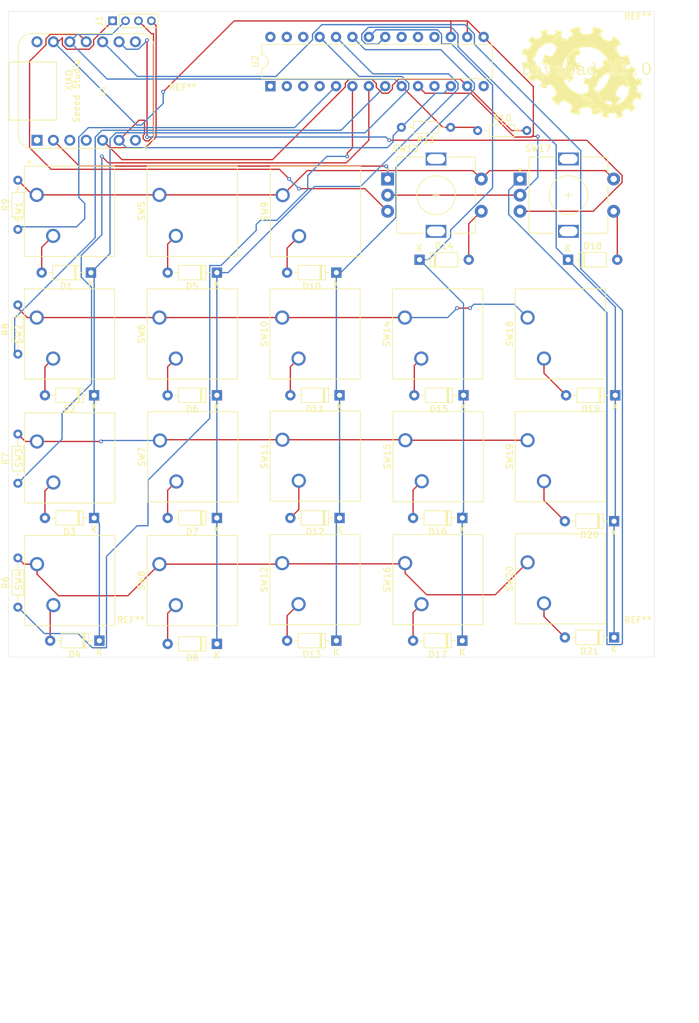
<source format=kicad_pcb>
(kicad_pcb (version 20240108) (generator "pcbnew") (generator_version "8.0")
  (layers (0 "F.Cu" signal) (31 "B.Cu" signal) (34 "B.Paste" user) (35 "F.Paste" user) (36 "B.SilkS" user "B.Silkscreen") (37 "F.SilkS" user "F.Silkscreen") (38 "B.Mask" user) (39 "F.Mask" user) (44 "Edge.Cuts" user))
  (net 0 "")
  (net 1 "Net-(D1-K)")
  (net 2 "Net-(D1-A)")
  (net 3 "Net-(D2-A)")
  (net 4 "Net-(D3-A)")
  (net 5 "Net-(D4-A)")
  (net 6 "Net-(D5-A)")
  (net 7 "Net-(D5-K)")
  (net 8 "Net-(D6-A)")
  (net 9 "Net-(D7-A)")
  (net 10 "Net-(D8-A)")
  (net 11 "Net-(D10-K)")
  (net 12 "Net-(D10-A)")
  (net 13 "Net-(D11-A)")
  (net 14 "Net-(D12-A)")
  (net 15 "Net-(D13-A)")
  (net 16 "Net-(D14-A)")
  (net 17 "Net-(D14-K)")
  (net 18 "Net-(D15-A)")
  (net 19 "Net-(D16-A)")
  (net 20 "Net-(D17-A)")
  (net 21 "Net-(D18-A)")
  (net 22 "Net-(D19-A)")
  (net 23 "Net-(D20-A)")
  (net 24 "Net-(D21-A)")
  (net 25 "Row1")
  (net 26 "Row2")
  (net 27 "Row3")
  (net 28 "Row4")
  (net 29 "GND")
  (net 32 "ROT0A")
  (net 33 "VCC")
  (net 41 "Net-(J1-Pin_2)")
  (net 43 "Net-(D18-K)")
  (net 46 "ROT0B")
  (net 47 "ROT1B")
  (net 48 "ROT1A")
  (net 51 "SDA")
  (net 52 "SCL")
  (net 55 "Net-(R6-Pad2)")
  (net 56 "Net-(R7-Pad2)")
  (net 57 "Net-(R8-Pad2)")
  (net 58 "Net-(R9-Pad2)")
  (footprint "MountingHole:MountingHole_2.2mm_M2" (layer "F.Cu") (at 38 116.5)
    (property "Reference" "REF**")
    (property "Value" "MountingHole_2.2mm_M2")
  )
  (footprint "MountingHole:MountingHole_2.2mm_M2" (layer "F.Cu") (at 116.5 116.5)
    (property "Reference" "REF**")
    (property "Value" "MountingHole_2.2mm_M2")
  )
  (footprint "Diode_THT:D_DO-35_SOD27_P7.62mm_Horizontal" (layer "F.Cu") (at 32.31 97.5 180)
    (property "Reference" "D3")
    (property "Value" "1N4148")
  )
  (footprint "Button_Switch_Keyboard:SW_Cherry_MX_1.00u_PCB" (layer "F.Cu") (at 23.46 85.65 90)
    (property "Reference" "SW3")
    (property "Value" "SW_Push")
  )
  (footprint "Button_Switch_Keyboard:SW_Cherry_MX_1.00u_PCB" (layer "F.Cu") (at 80.46 104.5 90)
    (property "Reference" "SW16")
    (property "Value" "SW_Push")
  )
  (footprint "Button_Switch_Keyboard:SW_Cherry_MX_1.00u_PCB" (layer "F.Cu") (at 61.42 104.5 90)
    (property "Reference" "SW12")
    (property "Value" "SW_Push")
  )
  (footprint "Button_Switch_Keyboard:SW_Cherry_MX_1.00u_PCB" (layer "F.Cu") (at 61.46 85.38 90)
    (property "Reference" "SW11")
    (property "Value" "SW_Push")
  )
  (footprint "Button_Switch_Keyboard:SW_Cherry_MX_1.00u_PCB" (layer "F.Cu") (at 80.42 66.46 90)
    (property "Reference" "SW14")
    (property "Value" "SW_Push")
  )
  (footprint "Seeed Studio XIAO Series Library:XIAO-Generic-Thruhole-14P-2.54-21X17.8MM" (layer "F.Cu") (at 31.08 31.375 90)
    (property "Reference" "U1")
    (property "Value" "Seeed Studio XIAO SAMD21" (hide yes))
  )
  (footprint "Button_Switch_Keyboard:SW_Cherry_MX_1.00u_PCB" (layer "F.Cu") (at 42.5 85.5 90)
    (property "Reference" "SW7")
    (property "Value" "SW_Push")
  )
  (footprint "Button_Switch_Keyboard:SW_Cherry_MX_1.00u_PCB" (layer "F.Cu") (at 99.42 66.46 90)
    (property "Reference" "SW18")
    (property "Value" "SW_Push")
  )
  (footprint "Connector_PinHeader_2.00mm:PinHeader_1x04_P2.00mm_Vertical" (layer "F.Cu") (at 35.171138 20.5 90)
    (property "Reference" "J1")
    (property "Value" "To OLED")
  )
  (footprint "Rotary_Encoder:RotaryEncoder_Alps_EC11E-Switch_Vertical_H20mm" (layer "F.Cu") (at 77.75 45)
    (property "Reference" "SW13")
    (property "Value" "RotaryEncoder_Switch")
  )
  (footprint "Resistor_THT:R_Axial_DIN0204_L3.6mm_D1.6mm_P7.62mm_Horizontal" (layer "F.Cu") (at 20.5 92.12 90)
    (property "Reference" "R7")
    (property "Value" "R")
  )
  (footprint "Rotary_Encoder:RotaryEncoder_Alps_EC11E-Switch_Vertical_H20mm" (layer "F.Cu") (at 98.25 45)
    (property "Reference" "SW17")
    (property "Value" "RotaryEncoder_Switch")
  )
  (footprint "Diode_THT:D_DO-35_SOD27_P7.62mm_Horizontal" (layer "F.Cu") (at 33.12 116.5 180)
    (property "Reference" "D4")
    (property "Value" "1N4148")
  )
  (footprint "Diode_THT:D_DO-35_SOD27_P7.62mm_Horizontal" (layer "F.Cu") (at 105.69 57.5)
    (property "Reference" "D18")
    (property "Value" "1N4148")
  )
  (footprint "Button_Switch_Keyboard:SW_Cherry_MX_1.00u_PCB" (layer "F.Cu") (at 61.5 47.5 90)
    (property "Reference" "SW9")
    (property "Value" "SW_Push")
  )
  (footprint "Library:logo_small" (layer "F.Cu") (at 108.5 28.5)
    (property "Reference" "G***" (hide yes))
    (property "Value" "LOGO" (hide yes))
  )
  (footprint "Diode_THT:D_DO-35_SOD27_P7.62mm_Horizontal" (layer "F.Cu") (at 32.31 78.5 180)
    (property "Reference" "D2")
    (property "Value" "1N4148")
  )
  (footprint "Button_Switch_Keyboard:SW_Cherry_MX_1.00u_PCB" (layer "F.Cu") (at 80.5 85.46 90)
    (property "Reference" "SW15")
    (property "Value" "SW_Push")
  )
  (footprint "Diode_THT:D_DO-35_SOD27_P7.62mm_Horizontal" (layer "F.Cu") (at 70.31 97.5 180)
    (property "Reference" "D12")
    (property "Value" "1N4148")
  )
  (footprint "Button_Switch_Keyboard:SW_Cherry_MX_1.00u_PCB" (layer "F.Cu") (at 23.42 66.46 90)
    (property "Reference" "SW2")
    (property "Value" "SW_Push")
  )
  (footprint "Diode_THT:D_DO-35_SOD27_P7.62mm_Horizontal" (layer "F.Cu") (at 69.81 59.5 180)
    (property "Reference" "D10")
    (property "Value" "1N4148")
  )
  (footprint "Button_Switch_Keyboard:SW_Cherry_MX_1.00u_PCB" (layer "F.Cu") (at 23.46 104.65 90)
    (property "Reference" "SW4")
    (property "Value" "SW_Push")
  )
  (footprint "Button_Switch_Keyboard:SW_Cherry_MX_1.00u_PCB" (layer "F.Cu") (at 99.42 85.46 90)
    (property "Reference" "SW19")
    (property "Value" "SW_Push")
  )
  (footprint "Button_Switch_Keyboard:SW_Cherry_MX_1.00u_PCB" (layer "F.Cu") (at 61.42 66.46 90)
    (property "Reference" "SW10")
    (property "Value" "SW_Push")
  )
  (footprint "Diode_THT:D_DO-35_SOD27_P7.62mm_Horizontal" (layer "F.Cu") (at 51.31 97.5 180)
    (property "Reference" "D7")
    (property "Value" "1N4148")
  )
  (footprint "Resistor_THT:R_Axial_DIN0204_L3.6mm_D1.6mm_P7.62mm_Horizontal" (layer "F.Cu") (at 87.5 37 180)
    (property "Reference" "R11")
    (property "Value" "R")
  )
  (footprint "MountingHole:MountingHole_2.2mm_M2" (layer "F.Cu") (at 46 34)
    (property "Reference" "REF**")
    (property "Value" "MountingHole_2.2mm_M2")
  )
  (footprint "Diode_THT:D_DO-35_SOD27_P7.62mm_Horizontal" (layer "F.Cu") (at 70.31 78.5 180)
    (property "Reference" "D11")
    (property "Value" "1N4148")
  )
  (footprint "Button_Switch_Keyboard:SW_Cherry_MX_1.00u_PCB" (layer "F.Cu") (at 42.42 66.46 90)
    (property "Reference" "SW6")
    (property "Value" "SW_Push")
  )
  (footprint "Resistor_THT:R_Axial_DIN0204_L3.6mm_D1.6mm_P7.62mm_Horizontal" (layer "F.Cu") (at 20.5 111.31 90)
    (property "Reference" "R6")
    (property "Value" "R")
  )
  (footprint "Button_Switch_Keyboard:SW_Cherry_MX_1.00u_PCB" (layer "F.Cu") (at 42.42 47.46 90)
    (property "Reference" "SW5")
    (property "Value" "SW_Push")
  )
  (footprint "Button_Switch_Keyboard:SW_Cherry_MX_1.00u_PCB" (layer "F.Cu") (at 23.42 47.46 90)
    (property "Reference" "SW1")
    (property "Value" "SW_Push")
  )
  (footprint "Button_Switch_Keyboard:SW_Cherry_MX_1.00u_PCB" (layer "F.Cu") (at 99.42 104.38 90)
    (property "Reference" "SW20")
    (property "Value" "SW_Push")
  )
  (footprint "Diode_THT:D_DO-35_SOD27_P7.62mm_Horizontal" (layer "F.Cu") (at 112.81 98 180)
    (property "Reference" "D20")
    (property "Value" "1N4148")
  )
  (footprint "Diode_THT:D_DO-35_SOD27_P7.62mm_Horizontal" (layer "F.Cu") (at 31.81 59.5 180)
    (property "Reference" "D1")
    (property "Value" "1N4148")
  )
  (footprint "Diode_THT:D_DO-35_SOD27_P7.62mm_Horizontal" (layer "F.Cu") (at 51.31 78.5 180)
    (property "Reference" "D6")
    (property "Value" "1N4148")
  )
  (footprint "Diode_THT:D_DO-35_SOD27_P7.62mm_Horizontal" (layer "F.Cu") (at 89.31 116.5 180)
    (property "Reference" "D17")
    (property "Value" "1N4148")
  )
  (footprint "MountingHole:MountingHole_2.2mm_M2" (layer "F.Cu") (at 116.5 23)
    (property "Reference" "REF**")
    (property "Value" "MountingHole_2.2mm_M2")
  )
  (footprint "Diode_THT:D_DO-35_SOD27_P7.62mm_Horizontal" (layer "F.Cu") (at 82.69 57.5)
    (property "Reference" "D14")
    (property "Value" "1N4148")
  )
  (footprint "Diode_THT:D_DO-35_SOD27_P7.62mm_Horizontal" (layer "F.Cu") (at 51.31 59.5 180)
    (property "Reference" "D5")
    (property "Value" "1N4148")
  )
  (footprint "Diode_THT:D_DO-35_SOD27_P7.62mm_Horizontal" (layer "F.Cu") (at 112.81 116 180)
    (property "Reference" "D21")
    (property "Value" "1N4148")
  )
  (footprint "Diode_THT:D_DO-35_SOD27_P7.62mm_Horizontal" (layer "F.Cu") (at 69.81 116.5 180)
    (property "Reference" "D13")
    (property "Value" "1N4148")
  )
  (footprint "Diode_THT:D_DO-35_SOD27_P7.62mm_Horizontal" (layer "F.Cu") (at 89.5 78.5 180)
    (property "Reference" "D15")
    (property "Value" "1N4148")
  )
  (footprint "Resistor_THT:R_Axial_DIN0204_L3.6mm_D1.6mm_P7.62mm_Horizontal" (layer "F.Cu") (at 91.69 37.5)
    (property "Reference" "R10")
    (property "Value" "R")
  )
  (footprint "Resistor_THT:R_Axial_DIN0204_L3.6mm_D1.6mm_P7.62mm_Horizontal" (layer "F.Cu") (at 20.5 72.12 90)
    (property "Reference" "R8")
    (property "Value" "R")
  )
  (footprint "Diode_THT:D_DO-35_SOD27_P7.62mm_Horizontal" (layer "F.Cu") (at 51.31 117 180)
    (property "Reference" "D8")
    (property "Value" "1N4148")
  )
  (footprint "Diode_THT:D_DO-35_SOD27_P7.62mm_Horizontal" (layer "F.Cu") (at 89.31 97.5 180)
    (property "Reference" "D16")
    (property "Value" "1N4148")
  )
  (footprint "Resistor_THT:R_Axial_DIN0204_L3.6mm_D1.6mm_P7.62mm_Horizontal" (layer "F.Cu") (at 20.5 52.81 90)
    (property "Reference" "R9")
    (property "Value" "R")
  )
  (footprint "Diode_THT:D_DO-35_SOD27_P7.62mm_Horizontal" (layer "F.Cu") (at 113 78.5 180)
    (property "Reference" "D19")
    (property "Value" "1N4148")
  )
  (footprint "Button_Switch_Keyboard:SW_Cherry_MX_1.00u_PCB" (layer "F.Cu") (at 42.42 104.65 90)
    (property "Reference" "SW8")
    (property "Value" "SW_Push")
  )
  (footprint "Package_DIP:DIP-28_W7.62mm" (layer "F.Cu") (at 59.6 30.62 90)
    (property "Reference" "U2")
    (property "Value" "MCP23017_SP")
  )
  (gr_rect (start 19.05 19.05) (end 119.05 119.05) (stroke (width 0.05)) (fill none) (layer "Edge.Cuts"))
  (segment (start 81.02 31.075635) (end 74.245635 37.85) (width 0.2) (layer "B.Cu") (net 1))
  (segment (start 34.77 56.54) (end 31.81 59.5) (width 0.2) (layer "B.Cu") (net 1))
  (segment (start 74.245635 37.85) (end 35.683654 37.85) (width 0.2) (layer "B.Cu") (net 1))
  (segment (start 32.31 97.5) (end 32.31 78.5) (width 0.2) (layer "B.Cu") (net 1))
  (segment (start 81.02 30.164365) (end 81.02 31.075635) (width 0.2) (layer "B.Cu") (net 1))
  (segment (start 33.12 116.5) (end 33.12 98.31) (width 0.2) (layer "B.Cu") (net 1))
  (segment (start 73.34 29.12) (end 79.975635 29.12) (width 0.2) (layer "B.Cu") (net 1))
  (segment (start 35.683654 37.85) (end 34.77 38.763654) (width 0.2) (layer "B.Cu") (net 1))
  (segment (start 34.77 38.763654) (end 34.77 56.54) (width 0.2) (layer "B.Cu") (net 1))
  (segment (start 33.12 98.31) (end 32.31 97.5) (width 0.2) (layer "B.Cu") (net 1))
  (segment (start 79.975635 29.12) (end 81.02 30.164365) (width 0.2) (layer "B.Cu") (net 1))
  (segment (start 67.22 23) (end 73.34 29.12) (width 0.2) (layer "B.Cu") (net 1))
  (segment (start 32.31 78.5) (end 32.31 60) (width 0.2) (layer "B.Cu") (net 1))
  (segment (start 24.19 59.5) (end 24.19 55.58) (width 0.2) (layer "F.Cu") (net 2))
  (segment (start 24.19 55.58) (end 25.96 53.81) (width 0.2) (layer "F.Cu") (net 2))
  (segment (start 24.69 78.5) (end 24.69 74.08) (width 0.2) (layer "F.Cu") (net 3))
  (segment (start 24.69 74.08) (end 25.96 72.81) (width 0.2) (layer "F.Cu") (net 3))
  (segment (start 24.69 93.31) (end 26 92) (width 0.2) (layer "F.Cu") (net 4))
  (segment (start 24.69 97.5) (end 24.69 93.31) (width 0.2) (layer "F.Cu") (net 4))
  (segment (start 25.5 116.5) (end 25.5 111.5) (width 0.2) (layer "F.Cu") (net 5))
  (segment (start 43.69 55.08) (end 44.96 53.81) (width 0.2) (layer "F.Cu") (net 6))
  (segment (start 43.69 59.5) (end 43.69 55.08) (width 0.2) (layer "F.Cu") (net 6))
  (segment (start 75.48 28.72) (end 87.195635 28.72) (width 0.2) (layer "B.Cu") (net 7))
  (segment (start 73.555635 46.16) (end 66.395635 46.16) (width 0.2) (layer "B.Cu") (net 7))
  (segment (start 51.31 59.5) (end 51.31 78.5) (width 0.2) (layer "B.Cu") (net 7))
  (segment (start 51.31 117) (end 51.31 97.5) (width 0.2) (layer "B.Cu") (net 7))
  (segment (start 66.395635 46.16) (end 53.055635 59.5) (width 0.2) (layer "B.Cu") (net 7))
  (segment (start 51.31 97.5) (end 51.31 78.5) (width 0.2) (layer "B.Cu") (net 7))
  (segment (start 53.055635 59.5) (end 51.31 59.5) (width 0.2) (layer "B.Cu") (net 7))
  (segment (start 69.76 23) (end 75.48 28.72) (width 0.2) (layer "B.Cu") (net 7))
  (segment (start 88.64 30.164365) (end 88.64 31.075635) (width 0.2) (layer "B.Cu") (net 7))
  (segment (start 88.64 31.075635) (end 73.555635 46.16) (width 0.2) (layer "B.Cu") (net 7))
  (segment (start 87.195635 28.72) (end 88.64 30.164365) (width 0.2) (layer "B.Cu") (net 7))
  (segment (start 43.69 78.5) (end 43.69 74.08) (width 0.2) (layer "F.Cu") (net 8))
  (segment (start 43.69 74.08) (end 44.96 72.81) (width 0.2) (layer "F.Cu") (net 8))
  (segment (start 43.69 93.2) (end 45.04 91.85) (width 0.2) (layer "F.Cu") (net 9))
  (segment (start 43.69 97.5) (end 43.69 93.2) (width 0.2) (layer "F.Cu") (net 9))
  (segment (start 43.69 112.27) (end 44.96 111) (width 0.2) (layer "F.Cu") (net 10))
  (segment (start 43.69 117) (end 43.69 112.27) (width 0.2) (layer "F.Cu") (net 10))
  (segment (start 85.989949 24.974314) (end 91.18 30.164365) (width 0.2) (layer "B.Cu") (net 11))
  (segment (start 69.81 59.5) (end 69.81 78) (width 0.2) (layer "B.Cu") (net 11))
  (segment (start 70.31 97.5) (end 70.31 78.5) (width 0.2) (layer "B.Cu") (net 11))
  (segment (start 91.18 30.164365) (end 91.18 31.075635) (width 0.2) (layer "B.Cu") (net 11))
  (segment (start 69.81 116.5) (end 69.81 98) (width 0.2) (layer "B.Cu") (net 11))
  (segment (start 91.18 31.075635) (end 79.05 43.205635) (width 0.2) (layer "B.Cu") (net 11))
  (segment (start 79.05 50.95) (end 70.5 59.5) (width 0.2) (layer "B.Cu") (net 11))
  (segment (start 72.3 23) (end 74.274314 24.974314) (width 0.2) (layer "B.Cu") (net 11))
  (segment (start 79.05 43.205635) (end 79.05 50.95) (width 0.2) (layer "B.Cu") (net 11))
  (segment (start 74.274314 24.974314) (end 85.989949 24.974314) (width 0.2) (layer "B.Cu") (net 11))
  (segment (start 62.19 55.7) (end 64.04 53.85) (width 0.2) (layer "F.Cu") (net 12))
  (segment (start 62.19 59.5) (end 62.19 55.7) (width 0.2) (layer "F.Cu") (net 12))
  (segment (start 62.69 78.5) (end 62.69 74.08) (width 0.2) (layer "F.Cu") (net 13))
  (segment (start 62.69 74.08) (end 63.96 72.81) (width 0.2) (layer "F.Cu") (net 13))
  (segment (start 64 96.19) (end 62.69 97.5) (width 0.2) (layer "F.Cu") (net 14))
  (segment (start 64 91.73) (end 64 96.19) (width 0.2) (layer "F.Cu") (net 14))
  (segment (start 62.19 116.5) (end 62.19 112.62) (width 0.2) (layer "F.Cu") (net 15))
  (segment (start 62.19 112.62) (end 63.96 110.85) (width 0.2) (layer "F.Cu") (net 15))
  (segment (start 90.31 57.5) (end 90.31 51.94) (width 0.2) (layer "F.Cu") (net 16))
  (segment (start 90.31 51.94) (end 92.25 50) (width 0.2) (layer "F.Cu") (net 16))
  (segment (start 86.1 24.1) (end 87.655635 24.1) (width 0.2) (layer "B.Cu") (net 17))
  (segment (start 87.5 54.05) (end 84.05 57.5) (width 0.2) (layer "B.Cu") (net 17))
  (segment (start 94 46.411522) (end 87.5 52.911522) (width 0.2) (layer "B.Cu") (net 17))
  (segment (start 89.5 96.5) (end 89.5 78.5) (width 0.2) (layer "B.Cu") (net 17))
  (segment (start 89.5 64.31) (end 89.5 78.5) (width 0.2) (layer "B.Cu") (net 17))
  (segment (start 94 30.444365) (end 94 46.411522) (width 0.2) (layer "B.Cu") (net 17))
  (segment (start 74.84 23) (end 75.94 21.9) (width 0.2) (layer "B.Cu") (net 17))
  (segment (start 89.31 96.69) (end 89.5 96.5) (width 0.2) (layer "B.Cu") (net 17))
  (segment (start 87.655635 24.1) (end 94 30.444365) (width 0.2) (layer "B.Cu") (net 17))
  (segment (start 89.31 97.5) (end 89.31 96.69) (width 0.2) (layer "B.Cu") (net 17))
  (segment (start 82.69 57.5) (end 89.5 64.31) (width 0.2) (layer "B.Cu") (net 17))
  (segment (start 85.455635 21.9) (end 86.1 22.544365) (width 0.2) (layer "B.Cu") (net 17))
  (segment (start 75.94 21.9) (end 85.455635 21.9) (width 0.2) (layer "B.Cu") (net 17))
  (segment (start 86.1 22.544365) (end 86.1 24.1) (width 0.2) (layer "B.Cu") (net 17))
  (segment (start 89.31 116.5) (end 89.31 97.5) (width 0.2) (layer "B.Cu") (net 17))
  (segment (start 84.05 57.5) (end 82.69 57.5) (width 0.2) (layer "B.Cu") (net 17))
  (segment (start 87.5 52.911522) (end 87.5 54.05) (width 0.2) (layer "B.Cu") (net 17))
  (segment (start 81.88 73.89) (end 82.96 72.81) (width 0.2) (layer "F.Cu") (net 18))
  (segment (start 81.88 78.5) (end 81.88 73.89) (width 0.2) (layer "F.Cu") (net 18))
  (segment (start 81.69 97.5) (end 81.69 93.16) (width 0.2) (layer "F.Cu") (net 19))
  (segment (start 81.69 93.16) (end 83.04 91.81) (width 0.2) (layer "F.Cu") (net 19))
  (segment (start 81.69 112.16) (end 83 110.85) (width 0.2) (layer "F.Cu") (net 20))
  (segment (start 81.69 116.5) (end 81.69 112.16) (width 0.2) (layer "F.Cu") (net 20))
  (segment (start 113.31 57.5) (end 113.31 50.56) (width 0.2) (layer "F.Cu") (net 21))
  (segment (start 105.38 78.5) (end 101.96 75.08) (width 0.2) (layer "F.Cu") (net 22))
  (segment (start 101.96 75.08) (end 101.96 72.81) (width 0.2) (layer "F.Cu") (net 22))
  (segment (start 101.96 94.77) (end 105.19 98) (width 0.2) (layer "F.Cu") (net 23))
  (segment (start 101.96 91.81) (end 101.96 94.77) (width 0.2) (layer "F.Cu") (net 23))
  (segment (start 105.19 116) (end 101.96 112.77) (width 0.2) (layer "F.Cu") (net 24))
  (segment (start 101.96 112.77) (end 101.96 110.73) (width 0.2) (layer "F.Cu") (net 24))
  (segment (start 29.59 52.41) (end 20.9 52.41) (width 0.2) (layer "B.Cu") (net 25))
  (segment (start 30.85 51.15) (end 29.59 52.41) (width 0.2) (layer "B.Cu") (net 25))
  (segment (start 63.33 37.05) (end 31.403654 37.05) (width 0.2) (layer "B.Cu") (net 25))
  (segment (start 69.76 30.62) (end 63.33 37.05) (width 0.2) (layer "B.Cu") (net 25))
  (segment (start 30.85 48.78) (end 30.85 51.15) (width 0.2) (layer "B.Cu") (net 25))
  (segment (start 29.93 47.86) (end 30.85 48.78) (width 0.2) (layer "B.Cu") (net 25))
  (segment (start 29.93 38.523654) (end 29.93 47.86) (width 0.2) (layer "B.Cu") (net 25))
  (segment (start 31.403654 37.05) (end 29.93 38.523654) (width 0.2) (layer "B.Cu") (net 25))
  (segment (start 20 66.57) (end 20 72.12) (width 0.2) (layer "B.Cu") (net 26))
  (segment (start 32.47 38.523654) (end 32.47 54.1) (width 0.2) (layer "B.Cu") (net 26))
  (segment (start 32.47 54.1) (end 20 66.57) (width 0.2) (layer "B.Cu") (net 26))
  (segment (start 77.38 30.62) (end 70.55 37.45) (width 0.2) (layer "B.Cu") (net 26))
  (segment (start 70.55 37.45) (end 33.543654 37.45) (width 0.2) (layer "B.Cu") (net 26))
  (segment (start 33.543654 37.45) (end 32.47 38.523654) (width 0.2) (layer "B.Cu") (net 26))
  (segment (start 74.84 39.008529) (end 74.84 30.62) (width 0.2) (layer "F.Cu") (net 27))
  (segment (start 34.5 42.5) (end 71.348529 42.5) (width 0.2) (layer "F.Cu") (net 27))
  (segment (start 71.348529 42.5) (end 74.84 39.008529) (width 0.2) (layer "F.Cu") (net 27))
  (segment (start 33.5 41.5) (end 34.5 42.5) (width 0.2) (layer "F.Cu") (net 27))
  (via (at 33.5 41.5) (size 0.6) (drill 0.3) (layers "F.Cu" "B.Cu") (net 27))
  (segment (start 30.317843 56.817843) (end 33.5 53.635686) (width 0.2) (layer "B.Cu") (net 27))
  (segment (start 31.91 61.8) (end 30.317843 60.207843) (width 0.2) (layer "B.Cu") (net 27))
  (segment (start 30.317843 60.207843) (end 30.317843 56.817843) (width 0.2) (layer "B.Cu") (net 27))
  (segment (start 27.34 85.28) (end 27.34 81.27) (width 0.2) (layer "B.Cu") (net 27))
  (segment (start 33.5 53.635686) (end 33.5 41.5) (width 0.2) (layer "B.Cu") (net 27))
  (segment (start 20.5 92.12) (end 27.34 85.28) (width 0.2) (layer "B.Cu") (net 27))
  (segment (start 31.91 76.7) (end 31.91 61.8) (width 0.2) (layer "B.Cu") (net 27))
  (segment (start 27.34 81.27) (end 31.91 76.7) (width 0.2) (layer "B.Cu") (net 27))
  (segment (start 72.3 40.2) (end 72.3 30.62) (width 0.2) (layer "F.Cu") (net 28))
  (segment (start 71.5 41) (end 72.3 40.2) (width 0.2) (layer "F.Cu") (net 28))
  (segment (start 71.5 41.5) (end 71.5 41) (width 0.2) (layer "F.Cu") (net 28))
  (via (at 71.5 41.5) (size 0.6) (drill 0.3) (layers "F.Cu" "B.Cu") (net 28))
  (segment (start 50.21 82.086598) (end 50.21 58.4) (width 0.2) (layer "B.Cu") (net 28))
  (segment (start 57.4 52.955635) (end 57.4 52.044365) (width 0.2) (layer "B.Cu") (net 28))
  (segment (start 60.589949 51.4) (end 65.38 46.609949) (width 0.2) (layer "B.Cu") (net 28))
  (segment (start 65.38 44.462944) (end 68.342944 41.5) (width 0.2) (layer "B.Cu") (net 28))
  (segment (start 65.38 46.609949) (end 65.38 44.462944) (width 0.2) (layer "B.Cu") (net 28))
  (segment (start 40.645 91.651598) (end 50.21 82.086598) (width 0.2) (layer "B.Cu") (net 28))
  (segment (start 29.82 115.4) (end 32.02 117.6) (width 0.2) (layer "B.Cu") (net 28))
  (segment (start 34.22 103.455) (end 38.975 98.7) (width 0.2) (layer "B.Cu") (net 28))
  (segment (start 68.342944 41.5) (end 71.5 41.5) (width 0.2) (layer "B.Cu") (net 28))
  (segment (start 20.5 111.31) (end 24.59 115.4) (width 0.2) (layer "B.Cu") (net 28))
  (segment (start 34.22 117.6) (end 34.22 103.455) (width 0.2) (layer "B.Cu") (net 28))
  (segment (start 50.21 58.4) (end 51.955635 58.4) (width 0.2) (layer "B.Cu") (net 28))
  (segment (start 57.4 52.044365) (end 58.044365 51.4) (width 0.2) (layer "B.Cu") (net 28))
  (segment (start 40.645 98.7) (end 40.645 91.651598) (width 0.2) (layer "B.Cu") (net 28))
  (segment (start 24.59 115.4) (end 29.82 115.4) (width 0.2) (layer "B.Cu") (net 28))
  (segment (start 51.955635 58.4) (end 57.4 52.955635) (width 0.2) (layer "B.Cu") (net 28))
  (segment (start 32.02 117.6) (end 34.22 117.6) (width 0.2) (layer "B.Cu") (net 28))
  (segment (start 38.975 98.7) (end 40.645 98.7) (width 0.2) (layer "B.Cu") (net 28))
  (segment (start 58.044365 51.4) (end 60.589949 51.4) (width 0.2) (layer "B.Cu") (net 28))
  (segment (start 100.09934 38.40066) (end 100 38.5) (width 0.2) (layer "F.Cu") (net 29))
  (segment (start 101 38.40066) (end 100.09934 38.40066) (width 0.2) (layer "F.Cu") (net 29))
  (segment (start 87.5 20.525) (end 53.975 20.525) (width 0.2) (layer "F.Cu") (net 29))
  (segment (start 32.23 24.226346) (end 32.23 23.441138) (width 0.2) (layer "F.Cu") (net 29))
  (segment (start 28.063654 24.9) (end 31.556346 24.9) (width 0.2) (layer "F.Cu") (net 29))
  (segment (start 97.394314 38.5) (end 100 38.5) (width 0.2) (layer "F.Cu") (net 29))
  (segment (start 92.62 23) (end 90.145 20.525) (width 0.2) (layer "F.Cu") (net 29))
  (segment (start 32.23 23.441138) (end 35.171138 20.5) (width 0.2) (layer "F.Cu") (net 29))
  (segment (start 90.145 20.525) (end 90 20.525) (width 0.2) (layer "F.Cu") (net 29))
  (segment (start 82.46 30.62) (end 83.56 31.72) (width 0.2) (layer "F.Cu") (net 29))
  (segment (start 83.56 31.72) (end 90.614314 31.72) (width 0.2) (layer "F.Cu") (net 29))
  (segment (start 27.39 24.226346) (end 28.063654 24.9) (width 0.2) (layer "F.Cu") (net 29))
  (segment (start 31.556346 24.9) (end 32.23 24.226346) (width 0.2) (layer "F.Cu") (net 29))
  (segment (start 90.614314 31.72) (end 97.394314 38.5) (width 0.2) (layer "F.Cu") (net 29))
  (segment (start 100 38.5) (end 100.31 38.19) (width 0.2) (layer "F.Cu") (net 29))
  (segment (start 77.75 47.5) (end 98.25 47.5) (width 0.2) (layer "F.Cu") (net 29))
  (segment (start 53.975 20.525) (end 43 31.5) (width 0.2) (layer "F.Cu") (net 29))
  (segment (start 26 23.75) (end 26.75 23.75) (width 0.2) (layer "F.Cu") (net 29))
  (segment (start 26.75 23.75) (end 27.39 23.11) (width 0.2) (layer "F.Cu") (net 29))
  (segment (start 100.31 30.69) (end 92.62 23) (width 0.2) (layer "F.Cu") (net 29))
  (segment (start 27.39 23.11) (end 27.39 24.226346) (width 0.2) (layer "F.Cu") (net 29))
  (segment (start 100.31 38.19) (end 100.31 30.69) (width 0.2) (layer "F.Cu") (net 29))
  (segment (start 90 20.525) (end 87.5 20.525) (width 0.2) (layer "F.Cu") (net 29))
  (segment (start 90.08 23) (end 90.08 20.605) (width 0.2) (layer "F.Cu") (net 29))
  (segment (start 87.54 23) (end 87.54 20.565) (width 0.2) (layer "F.Cu") (net 29))
  (segment (start 87.54 20.565) (end 87.5 20.525) (width 0.2) (layer "F.Cu") (net 29))
  (segment (start 90.08 20.605) (end 90 20.525) (width 0.2) (layer "F.Cu") (net 29))
  (via (at 43 31.5) (size 0.6) (drill 0.3) (layers "F.Cu" "B.Cu") (net 29))
  (via (at 101 38.40066) (size 0.6) (drill 0.3) (layers "F.Cu" "B.Cu") (net 29))
  (segment (start 101 38.40066) (end 101 44.75) (width 0.2) (layer "B.Cu") (net 29))
  (segment (start 38.9 36.65) (end 26 23.75) (width 0.2) (layer "B.Cu") (net 29))
  (segment (start 43 33.285686) (end 39.635686 36.65) (width 0.2) (layer "B.Cu") (net 29))
  (segment (start 39.635686 36.65) (end 38.9 36.65) (width 0.2) (layer "B.Cu") (net 29))
  (segment (start 101 44.75) (end 98.25 47.5) (width 0.2) (layer "B.Cu") (net 29))
  (segment (start 43 31.5) (end 43 33.285686) (width 0.2) (layer "B.Cu") (net 29))
  (segment (start 77.5 43) (end 30 43) (width 0.2) (layer "F.Cu") (net 32))
  (segment (start 77.532082 43.032082) (end 77.5 43) (width 0.2) (layer "F.Cu") (net 32))
  (segment (start 30 43) (end 26 39) (width 0.2) (layer "F.Cu") (net 32))
  (via (at 77.532082 43.032082) (size 0.6) (drill 0.3) (layers "F.Cu" "B.Cu") (net 32))
  (segment (start 77.75 43.25) (end 77.75 45) (width 0.2) (layer "B.Cu") (net 32))
  (segment (start 77.532082 43.032082) (end 77.75 43.25) (width 0.2) (layer "B.Cu") (net 32))
  (segment (start 91.19 37) (end 91.69 37.5) (width 0.2) (layer "F.Cu") (net 41))
  (segment (start 79.92 30.62) (end 86.3 37) (width 0.2) (layer "F.Cu") (net 41))
  (segment (start 87.5 37) (end 91.19 37) (width 0.2) (layer "F.Cu") (net 41))
  (segment (start 86.3 37) (end 87.5 37) (width 0.2) (layer "F.Cu") (net 41))
  (segment (start 34.31 29.52) (end 28.54 23.75) (width 0.2) (layer "B.Cu") (net 41))
  (segment (start 79.92 30.62) (end 78.82 29.52) (width 0.2) (layer "B.Cu") (net 41))
  (segment (start 37.171138 20.5) (end 35.071138 22.6) (width 0.2) (layer "B.Cu") (net 41))
  (segment (start 78.82 29.52) (end 34.31 29.52) (width 0.2) (layer "B.Cu") (net 41))
  (segment (start 35.071138 22.6) (end 29.69 22.6) (width 0.2) (layer "B.Cu") (net 41))
  (segment (start 29.69 22.6) (end 28.54 23.75) (width 0.2) (layer "B.Cu") (net 41))
  (segment (start 74.384365 24.1) (end 73.74 23.455635) (width 0.2) (layer "B.Cu") (net 43))
  (segment (start 113 78.5) (end 113 97.81) (width 0.2) (layer "B.Cu") (net 43))
  (segment (start 73.74 23.455635) (end 73.74 22.544365) (width 0.2) (layer "B.Cu") (net 43))
  (segment (start 88.64 24.518679) (end 103.85 39.728679) (width 0.2) (layer "B.Cu") (net 43))
  (segment (start 73.74 22.544365) (end 74.784365 21.5) (width 0.2) (layer "B.Cu") (net 43))
  (segment (start 76.28 24.1) (end 74.384365 24.1) (width 0.2) (layer "B.Cu") (net 43))
  (segment (start 103.85 55.66) (end 105.69 57.5) (width 0.2) (layer "B.Cu") (net 43))
  (segment (start 77.38 23) (end 76.28 24.1) (width 0.2) (layer "B.Cu") (net 43))
  (segment (start 112.81 98) (end 112.81 116) (width 0.2) (layer "B.Cu") (net 43))
  (segment (start 88.64 22.544365) (end 88.64 24.518679) (width 0.2) (layer "B.Cu") (net 43))
  (segment (start 74.784365 21.5) (end 87.595635 21.5) (width 0.2) (layer "B.Cu") (net 43))
  (segment (start 87.595635 21.5) (end 88.64 22.544365) (width 0.2) (layer "B.Cu") (net 43))
  (segment (start 113 64.81) (end 113 78.5) (width 0.2) (layer "B.Cu") (net 43))
  (segment (start 105.69 57.5) (end 113 64.81) (width 0.2) (layer "B.Cu") (net 43))
  (segment (start 103.85 39.728679) (end 103.85 55.66) (width 0.2) (layer "B.Cu") (net 43))
  (segment (start 25.523654 22.6) (end 24.85 23.273654) (width 0.2) (layer "F.Cu") (net 46))
  (segment (start 24.85 23.273654) (end 24.85 24.226346) (width 0.2) (layer "F.Cu") (net 46))
  (segment (start 24.85 24.226346) (end 22.31 26.766346) (width 0.2) (layer "F.Cu") (net 46))
  (segment (start 31.08 23.75) (end 29.93 22.6) (width 0.2) (layer "F.Cu") (net 46))
  (segment (start 25.66 43.5) (end 61 43.5) (width 0.2) (layer "F.Cu") (net 46))
  (segment (start 29.93 22.6) (end 25.523654 22.6) (width 0.2) (layer "F.Cu") (net 46))
  (segment (start 74.25 46.5) (end 77.75 50) (width 0.2) (layer "F.Cu") (net 46))
  (segment (start 22.31 40.15) (end 25.66 43.5) (width 0.2) (layer "F.Cu") (net 46))
  (segment (start 61 43.5) (end 62.5 45) (width 0.2) (layer "F.Cu") (net 46))
  (segment (start 64 46.5) (end 74.25 46.5) (width 0.2) (layer "F.Cu") (net 46))
  (segment (start 22.31 26.766346) (end 22.31 40.15) (width 0.2) (layer "F.Cu") (net 46))
  (via (at 62.5 45) (size 0.6) (drill 0.3) (layers "F.Cu" "B.Cu") (net 46))
  (via (at 64 46.5) (size 0.6) (drill 0.3) (layers "F.Cu" "B.Cu") (net 46))
  (segment (start 62.5 45) (end 64 46.5) (width 0.2) (layer "B.Cu") (net 46))
  (segment (start 109.588478 50) (end 98.25 50) (width 0.2) (layer "F.Cu") (net 47))
  (segment (start 78 39.00066) (end 108.589138 39.00066) (width 0.2) (layer "F.Cu") (net 47))
  (segment (start 40.5 38.5) (end 40.5 23.5) (width 0.2) (layer "F.Cu") (net 47))
  (segment (start 114.05 45.538478) (end 109.588478 50) (width 0.2) (layer "F.Cu") (net 47))
  (segment (start 114.05 44.461522) (end 114.05 45.538478) (width 0.2) (layer "F.Cu") (net 47))
  (segment (start 108.589138 39.00066) (end 114.05 44.461522) (width 0.2) (layer "F.Cu") (net 47))
  (via (at 40.5 38.5) (size 0.6) (drill 0.3) (layers "F.Cu" "B.Cu") (net 47))
  (via (at 78 39.00066) (size 0.6) (drill 0.3) (layers "F.Cu" "B.Cu") (net 47))
  (via (at 40.5 23.5) (size 0.6) (drill 0.3) (layers "F.Cu" "B.Cu") (net 47))
  (segment (start 39.176346 24.9) (end 37.31 24.9) (width 0.2) (layer "B.Cu") (net 47))
  (segment (start 78 39.00066) (end 77.49934 38.5) (width 0.2) (layer "B.Cu") (net 47))
  (segment (start 77.49934 38.5) (end 40.5 38.5) (width 0.2) (layer "B.Cu") (net 47))
  (segment (start 40.5 23.5) (end 40.5 23.576346) (width 0.2) (layer "B.Cu") (net 47))
  (segment (start 37.31 24.9) (end 36.16 23.75) (width 0.2) (layer "B.Cu") (net 47))
  (segment (start 40.5 23.576346) (end 39.176346 24.9) (width 0.2) (layer "B.Cu") (net 47))
  (segment (start 113.91 117.1) (end 111.71 117.1) (width 0.2) (layer "B.Cu") (net 48))
  (segment (start 91.18 22.544365) (end 91.18 24.13) (width 0.2) (layer "B.Cu") (net 48))
  (segment (start 111.71 65.72) (end 96.5 50.51) (width 0.2) (layer "B.Cu") (net 48))
  (segment (start 114.1 116.91) (end 113.91 117.1) (width 0.2) (layer "B.Cu") (net 48))
  (segment (start 89.735635 21.1) (end 91.18 22.544365) (width 0.2) (layer "B.Cu") (net 48))
  (segment (start 96.5 50.51) (end 96.5 46.75) (width 0.2) (layer "B.Cu") (net 48))
  (segment (start 111.71 117.1) (end 111.71 65.72) (width 0.2) (layer "B.Cu") (net 48))
  (segment (start 91.18 24.13) (end 107.65 40.6) (width 0.2) (layer "B.Cu") (net 48))
  (segment (start 33.62 23.75) (end 38.99 29.12) (width 0.2) (layer "B.Cu") (net 48))
  (segment (start 114.1 65.344314) (end 114.1 116.91) (width 0.2) (layer "B.Cu") (net 48))
  (segment (start 107.65 58.894314) (end 114.1 65.344314) (width 0.2) (layer "B.Cu") (net 48))
  (segment (start 96.5 46.75) (end 98.25 45) (width 0.2) (layer "B.Cu") (net 48))
  (segment (start 67.564365 21.1) (end 89.735635 21.1) (width 0.2) (layer "B.Cu") (net 48))
  (segment (start 60.455635 29.12) (end 66.12 23.455635) (width 0.2) (layer "B.Cu") (net 48))
  (segment (start 38.99 29.12) (end 60.455635 29.12) (width 0.2) (layer "B.Cu") (net 48))
  (segment (start 66.12 23.455635) (end 66.12 22.544365) (width 0.2) (layer "B.Cu") (net 48))
  (segment (start 107.65 40.6) (end 107.65 58.894314) (width 0.2) (layer "B.Cu") (net 48))
  (segment (start 66.12 22.544365) (end 67.564365 21.1) (width 0.2) (layer "B.Cu") (net 48))
  (segment (start 76.924365 31.72) (end 76 30.795635) (width 0.2) (layer "F.Cu") (net 51))
  (segment (start 40.264215 40.15) (end 34.77 40.15) (width 0.2) (layer "F.Cu") (net 51))
  (segment (start 71.2 30.735635) (end 59.935635 42) (width 0.2) (layer "F.Cu") (net 51))
  (segment (start 76 30.795635) (end 76 30.224365) (width 0.2) (layer "F.Cu") (net 51))
  (segment (start 76 30.224365) (end 75.295635 29.52) (width 0.2) (layer "F.Cu") (net 51))
  (segment (start 78.48 30.5) (end 78.48 31.075635) (width 0.2) (layer "F.Cu") (net 51))
  (segment (start 79.46 29.52) (end 78.48 30.5) (width 0.2) (layer "F.Cu") (net 51))
  (segment (start 36.62 42) (end 33.62 39) (width 0.2) (layer "F.Cu") (net 51))
  (segment (start 41.171138 20.5) (end 41.9 21.228862) (width 0.2) (layer "F.Cu") (net 51))
  (segment (start 77.835635 31.72) (end 76.924365 31.72) (width 0.2) (layer "F.Cu") (net 51))
  (segment (start 78.48 31.075635) (end 77.835635 31.72) (width 0.2) (layer "F.Cu") (net 51))
  (segment (start 41.9 21.228862) (end 41.9 38.514215) (width 0.2) (layer "F.Cu") (net 51))
  (segment (start 75.295635 29.52) (end 71.844365 29.52) (width 0.2) (layer "F.Cu") (net 51))
  (segment (start 90.08 30.62) (end 88.98 29.52) (width 0.2) (layer "F.Cu") (net 51))
  (segment (start 71.844365 29.52) (end 71.2 30.164365) (width 0.2) (layer "F.Cu") (net 51))
  (segment (start 59.935635 42) (end 36.62 42) (width 0.2) (layer "F.Cu") (net 51))
  (segment (start 96.96 37.5) (end 90.08 30.62) (width 0.2) (layer "F.Cu") (net 51))
  (segment (start 99.31 37.5) (end 96.96 37.5) (width 0.2) (layer "F.Cu") (net 51))
  (segment (start 88.98 29.52) (end 79.46 29.52) (width 0.2) (layer "F.Cu") (net 51))
  (segment (start 41.9 38.514215) (end 40.264215 40.15) (width 0.2) (layer "F.Cu") (net 51))
  (segment (start 71.2 30.164365) (end 71.2 30.735635) (width 0.2) (layer "F.Cu") (net 51))
  (segment (start 34.77 40.15) (end 33.62 39) (width 0.2) (layer "F.Cu") (net 51))
  (segment (start 41.5 38.348529) (end 41.5 22.5) (width 0.2) (layer "F.Cu") (net 52))
  (segment (start 39.9 38.748529) (end 40.251471 39.1) (width 0.2) (layer "F.Cu") (net 52))
  (segment (start 39.171138 20.5) (end 41.171138 22.5) (width 0.2) (layer "F.Cu") (net 52))
  (segment (start 40.1 38.051471) (end 39.9 38.251471) (width 0.2) (layer "F.Cu") (net 52))
  (segment (start 36.16 39) (end 39.26 35.9) (width 0.2) (layer "F.Cu") (net 52))
  (segment (start 39.9 38.251471) (end 39.9 38.748529) (width 0.2) (layer "F.Cu") (net 52))
  (segment (start 40.251471 39.1) (end 40.748529 39.1) (width 0.2) (layer "F.Cu") (net 52))
  (segment (start 40.748529 39.1) (end 41.5 38.348529) (width 0.2) (layer "F.Cu") (net 52))
  (segment (start 40.1 35.9) (end 40.1 38.051471) (width 0.2) (layer "F.Cu") (net 52))
  (segment (start 41.171138 22.5) (end 41.5 22.5) (width 0.2) (layer "F.Cu") (net 52))
  (segment (start 39.26 35.9) (end 40.1 35.9) (width 0.2) (layer "F.Cu") (net 52))
  (segment (start 37.31 40.15) (end 77.699189 40.15) (width 0.2) (layer "B.Cu") (net 52))
  (segment (start 78.6 38.28) (end 85.16 31.72) (width 0.2) (layer "B.Cu") (net 52))
  (segment (start 78.6 39.249189) (end 78.6 38.28) (width 0.2) (layer "B.Cu") (net 52))
  (segment (start 36.16 39) (end 37.31 40.15) (width 0.2) (layer "B.Cu") (net 52))
  (segment (start 77.699189 40.15) (end 78.6 39.249189) (width 0.2) (layer "B.Cu") (net 52))
  (segment (start 85.16 31.72) (end 86.44 31.72) (width 0.2) (layer "B.Cu") (net 52))
  (segment (start 86.44 31.72) (end 87.54 30.62) (width 0.2) (layer "B.Cu") (net 52))
  (segment (start 61.52 104.6) (end 80.36 104.6) (width 0.2) (layer "F.Cu") (net 55))
  (segment (start 80.46 104.5) (end 80.46 106.055634) (width 0.2) (layer "F.Cu") (net 55))
  (segment (start 83.794366 109.39) (end 94.41 109.39) (width 0.2) (layer "F.Cu") (net 55))
  (segment (start 21.46 104.65) (end 23.46 104.65) (width 0.2) (layer "F.Cu") (net 55))
  (segment (start 37.53 109.54) (end 42.42 104.65) (width 0.2) (layer "F.Cu") (net 55))
  (segment (start 23.46 104.65) (end 23.46 106.205634) (width 0.2) (layer "F.Cu") (net 55))
  (segment (start 94.41 109.39) (end 99.42 104.38) (width 0.2) (layer "F.Cu") (net 55))
  (segment (start 80.46 106.055634) (end 83.794366 109.39) (width 0.2) (layer "F.Cu") (net 55))
  (segment (start 20.5 103.69) (end 21.46 104.65) (width 0.2) (layer "F.Cu") (net 55))
  (segment (start 42.42 104.65) (end 61.27 104.65) (width 0.2) (layer "F.Cu") (net 55))
  (segment (start 26.794366 109.54) (end 37.53 109.54) (width 0.2) (layer "F.Cu") (net 55))
  (segment (start 23.46 106.205634) (end 26.794366 109.54) (width 0.2) (layer "F.Cu") (net 55))
  (segment (start 20.5 84.5) (end 21.65 85.65) (width 0.2) (layer "F.Cu") (net 56))
  (segment (start 21.65 85.65) (end 23.46 85.65) (width 0.2) (layer "F.Cu") (net 56))
  (segment (start 23.46 85.65) (end 33.35 85.65) (width 0.2) (layer "F.Cu") (net 56))
  (segment (start 99.42 85.46) (end 80.5 85.46) (width 0.2) (layer "F.Cu") (net 56))
  (segment (start 61.46 85.38) (end 42.62 85.38) (width 0.2) (layer "F.Cu") (net 56))
  (segment (start 61.46 85.38) (end 80.42 85.38) (width 0.2) (layer "F.Cu") (net 56))
  (via (at 33.35 85.65) (size 0.6) (drill 0.3) (layers "F.Cu" "B.Cu") (net 56))
  (segment (start 33.5 85.5) (end 42.5 85.5) (width 0.2) (layer "B.Cu") (net 56))
  (segment (start 33.35 85.65) (end 33.5 85.5) (width 0.2) (layer "B.Cu") (net 56))
  (segment (start 20 64.5) (end 21.96 66.46) (width 0.2) (layer "F.Cu") (net 57))
  (segment (start 23.42 66.46) (end 42.42 66.46) (width 0.2) (layer "F.Cu") (net 57))
  (segment (start 88.5 65) (end 90.5 65) (width 0.2) (layer "F.Cu") (net 57))
  (segment (start 21.96 66.46) (end 23.42 66.46) (width 0.2) (layer "F.Cu") (net 57))
  (segment (start 42.42 66.46) (end 61.42 66.46) (width 0.2) (layer "F.Cu") (net 57))
  (segment (start 61.42 66.46) (end 80.42 66.46) (width 0.2) (layer "F.Cu") (net 57))
  (via (at 88.5 65) (size 0.6) (drill 0.3) (layers "F.Cu" "B.Cu") (net 57))
  (via (at 90.5 65) (size 0.6) (drill 0.3) (layers "F.Cu" "B.Cu") (net 57))
  (segment (start 90.5 65) (end 91.1 64.4) (width 0.2) (layer "B.Cu") (net 57))
  (segment (start 91.1 64.4) (end 97.36 64.4) (width 0.2) (layer "B.Cu") (net 57))
  (segment (start 97.36 64.4) (end 99.42 66.46) (width 0.2) (layer "B.Cu") (net 57))
  (segment (start 87.04 66.46) (end 88.5 65) (width 0.2) (layer "B.Cu") (net 57))
  (segment (start 80.42 66.46) (end 87.04 66.46) (width 0.2) (layer "B.Cu") (net 57))
  (segment (start 65.3 43.7) (end 90.95 43.7) (width 0.2) (layer "F.Cu") (net 58))
  (segment (start 111.45 43.7) (end 112.75 45) (width 0.2) (layer "F.Cu") (net 58))
  (segment (start 20.5 45.19) (end 22.77 47.46) (width 0.2) (layer "F.Cu") (net 58))
  (segment (start 90.95 43.7) (end 92.25 45) (width 0.2) (layer "F.Cu") (net 58))
  (segment (start 42.42 47.46) (end 61.46 47.46) (width 0.2) (layer "F.Cu") (net 58))
  (segment (start 92.25 45) (end 93.55 43.7) (width 0.2) (layer "F.Cu") (net 58))
  (segment (start 61.5 47.5) (end 65.3 43.7) (width 0.2) (layer "F.Cu") (net 58))
  (segment (start 93.55 43.7) (end 111.45 43.7) (width 0.2) (layer "F.Cu") (net 58))
  (segment (start 23.42 47.46) (end 42.42 47.46) (width 0.2) (layer "F.Cu") (net 58))
)
</source>
